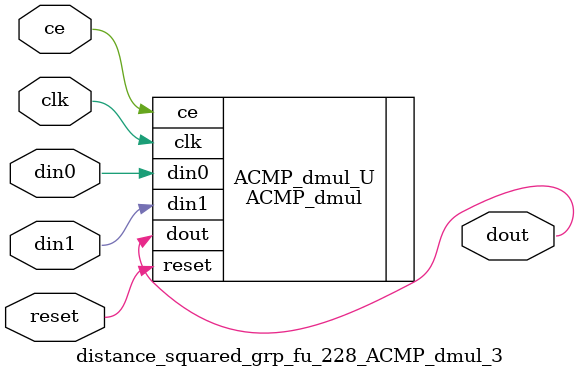
<source format=v>

`timescale 1 ns / 1 ps
module distance_squared_grp_fu_228_ACMP_dmul_3(
    clk,
    reset,
    ce,
    din0,
    din1,
    dout);

parameter ID = 32'd1;
parameter NUM_STAGE = 32'd1;
parameter din0_WIDTH = 32'd1;
parameter din1_WIDTH = 32'd1;
parameter dout_WIDTH = 32'd1;
input clk;
input reset;
input ce;
input[din0_WIDTH - 1:0] din0;
input[din1_WIDTH - 1:0] din1;
output[dout_WIDTH - 1:0] dout;



ACMP_dmul #(
.ID( ID ),
.NUM_STAGE( 6 ),
.din0_WIDTH( din0_WIDTH ),
.din1_WIDTH( din1_WIDTH ),
.dout_WIDTH( dout_WIDTH ))
ACMP_dmul_U(
    .clk( clk ),
    .reset( reset ),
    .ce( ce ),
    .din0( din0 ),
    .din1( din1 ),
    .dout( dout ));

endmodule

</source>
